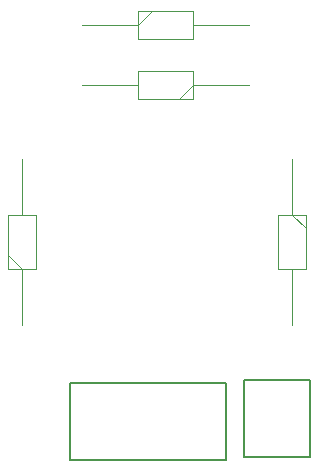
<source format=gbr>
%TF.GenerationSoftware,Altium Limited,Altium Designer,23.3.1 (30)*%
G04 Layer_Color=16711935*
%FSLAX45Y45*%
%MOMM*%
%TF.SameCoordinates,796C1B80-4156-4CD7-A6E5-B9CE5994D65D*%
%TF.FilePolarity,Positive*%
%TF.FileFunction,Other,Mechanical_13*%
%TF.Part,Single*%
G01*
G75*
%TA.AperFunction,NonConductor*%
%ADD21C,0.20000*%
%ADD22C,0.10000*%
D21*
X8282798Y7132198D02*
X9598802D01*
X8282798Y6482202D02*
Y7132198D01*
Y6482202D02*
X9598802D01*
Y7132198D01*
X9755998Y6507602D02*
X10310002D01*
X9755998D02*
Y7157598D01*
X10310002D01*
Y6507602D02*
Y7157598D01*
D22*
X7874000Y8556798D02*
Y9030000D01*
Y7620000D02*
Y8093202D01*
X7756002Y8211200D02*
X7874000Y8093202D01*
X7756002D02*
X7991998D01*
Y8556701D01*
X7756002D02*
X7991998D01*
X7756002Y8093202D02*
Y8556701D01*
X10277998Y8093299D02*
Y8556798D01*
X10042002Y8093299D02*
X10277998D01*
X10042002D02*
Y8556798D01*
X10277998D01*
X10160000D02*
X10277998Y8438799D01*
X10160000Y8556798D02*
Y9030000D01*
Y7620000D02*
Y8093202D01*
X8855299Y9534002D02*
X9318798D01*
X8855299D02*
Y9769998D01*
X9318798D01*
Y9534002D02*
Y9769998D01*
X9200799Y9534002D02*
X9318798Y9652000D01*
X9792000D01*
X8382000D02*
X8855202D01*
Y10277998D02*
X9318701D01*
Y10042002D02*
Y10277998D01*
X8855202Y10042002D02*
X9318701D01*
X8855202D02*
Y10277998D01*
Y10160000D02*
X8973200Y10277998D01*
X8382000Y10160000D02*
X8855202D01*
X9318798D02*
X9792000D01*
%TF.MD5,d1d418850f840aa42591a0cf8951c517*%
M02*

</source>
